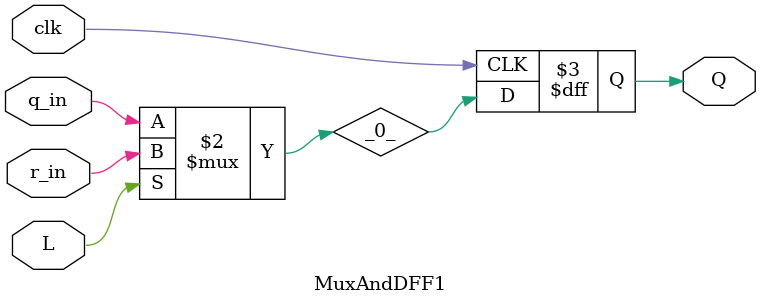
<source format=v>
/* Generated by Yosys 0.62+55 (git sha1 29a270c4b, g++ 11.5.0 -fPIC -O3) */

module MuxAndDFF1(clk, L, r_in, q_in, Q);
  input clk;
  wire clk;
  input L;
  wire L;
  input r_in;
  wire r_in;
  input q_in;
  wire q_in;
  output Q;
  reg Q;
  wire _0_;
  always @(posedge clk)
    Q <= _0_;
  assign _0_ = L ? r_in : q_in;
endmodule

</source>
